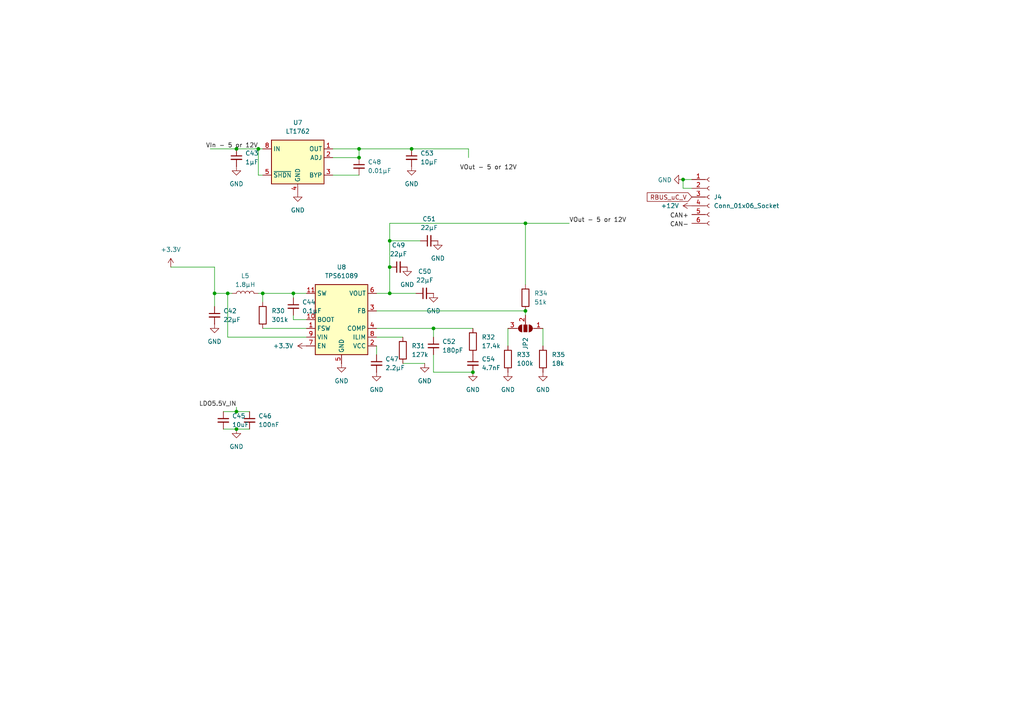
<source format=kicad_sch>
(kicad_sch (version 20231120) (generator "eeschema") (generator_version "8.0")
  (paper "A4")
  (lib_symbols
    (symbol "+3.3V_1" (power) (pin_numbers hide) (pin_names (offset 0) hide)
      (property "Value" "+3.3V" (at 0 3.556 0))
      (symbol "+3.3V_1_0_1"
        (polyline (pts (xy -0.762 1.27) (xy 0 2.54)))
        (polyline (pts (xy 0 0) (xy 0 2.54)))
        (polyline (pts (xy 0 2.54) (xy 0.762 1.27)))
      )
      (symbol "+3.3V_1_1_1"
        (pin power_in line (at 0 0 90) (length 0) (name "~") (number "1"))
      )
    )
    (symbol "Connector:Conn_01x06_Socket" (pin_names (offset 1.016) hide)
      (property "Reference" "J" (at 0 7.62 0))
      (property "Value" "Conn_01x06_Socket" (at 0 -10.16 0))
      (symbol "Conn_01x06_Socket_1_1"
        (arc (start 0 -7.112) (mid -0.5058 -7.62) (end 0 -8.128) (stroke (width 0.1524)))
        (arc (start 0 -4.572) (mid -0.5058 -5.08) (end 0 -5.588) (stroke (width 0.1524)))
        (arc (start 0 -2.032) (mid -0.5058 -2.54) (end 0 -3.048) (stroke (width 0.1524)))
        (polyline (pts (xy -1.27 -7.62) (xy -0.508 -7.62)) (stroke (width 0.1524)))
        (polyline (pts (xy -1.27 -5.08) (xy -0.508 -5.08)) (stroke (width 0.1524)))
        (polyline (pts (xy -1.27 -2.54) (xy -0.508 -2.54)) (stroke (width 0.1524)))
        (polyline (pts (xy -1.27 0) (xy -0.508 0)) (stroke (width 0.1524)))
        (polyline (pts (xy -1.27 2.54) (xy -0.508 2.54)) (stroke (width 0.1524)))
        (polyline (pts (xy -1.27 5.08) (xy -0.508 5.08)) (stroke (width 0.1524)))
        (arc (start 0 0.508) (mid -0.5058 0) (end 0 -0.508) (stroke (width 0.1524)))
        (arc (start 0 3.048) (mid -0.5058 2.54) (end 0 2.032) (stroke (width 0.1524)))
        (arc (start 0 5.588) (mid -0.5058 5.08) (end 0 4.572) (stroke (width 0.1524)))
        (pin passive line (at -5.08 5.08 0) (length 3.81) (name "Pin_1") (number "1"))
        (pin passive line (at -5.08 2.54 0) (length 3.81) (name "Pin_2") (number "2"))
        (pin passive line (at -5.08 0 0) (length 3.81) (name "Pin_3") (number "3"))
        (pin passive line (at -5.08 -2.54 0) (length 3.81) (name "Pin_4") (number "4"))
        (pin passive line (at -5.08 -5.08 0) (length 3.81) (name "Pin_5") (number "5"))
        (pin passive line (at -5.08 -7.62 0) (length 3.81) (name "Pin_6") (number "6"))
      )
    )
    (symbol "Device:C_Small" (pin_numbers hide) (pin_names (offset 0.254) hide)
      (property "Reference" "C" (at 0.254 1.778 0))
      (property "Value" "C_Small" (at 0.254 -2.032 0))
      (symbol "C_Small_0_1"
        (polyline (pts (xy -1.524 -0.508) (xy 1.524 -0.508)) (stroke (width 0.3302)))
        (polyline (pts (xy -1.524 0.508) (xy 1.524 0.508)) (stroke (width 0.3048)))
      )
      (symbol "C_Small_1_1"
        (pin passive line (at 0 2.54 270) (length 2.032) (name "~") (number "1"))
        (pin passive line (at 0 -2.54 90) (length 2.032) (name "~") (number "2"))
      )
    )
    (symbol "Device:L" (pin_numbers hide) (pin_names (offset 1.016) hide)
      (property "Reference" "L" (at -1.27 0 90))
      (property "Value" "L" (at 1.905 0 90))
      (symbol "L_0_1"
        (arc (start 0 -2.54) (mid 0.6323 -1.905) (end 0 -1.27))
        (arc (start 0 -1.27) (mid 0.6323 -0.635) (end 0 0))
        (arc (start 0 0) (mid 0.6323 0.635) (end 0 1.27))
        (arc (start 0 1.27) (mid 0.6323 1.905) (end 0 2.54))
      )
      (symbol "L_1_1"
        (pin passive line (at 0 3.81 270) (length 1.27) (name "1") (number "1"))
        (pin passive line (at 0 -3.81 90) (length 1.27) (name "2") (number "2"))
      )
    )
    (symbol "Device:R" (pin_numbers hide) (pin_names (offset 0))
      (property "Reference" "R" (at 2.032 0 90))
      (property "Value" "R" (at 0 0 90))
      (symbol "R_0_1"
        (rectangle (start -1.016 -2.54) (end 1.016 2.54) (stroke (width 0.254)))
      )
      (symbol "R_1_1"
        (pin passive line (at 0 3.81 270) (length 1.27) (name "~") (number "1"))
        (pin passive line (at 0 -3.81 90) (length 1.27) (name "~") (number "2"))
      )
    )
    (symbol "Jumper:SolderJumper_3_Open" (pin_names (offset 0) hide)
      (property "Reference" "JP" (at -2.54 -2.54 0))
      (property "Value" "SolderJumper_3_Open" (at 0 2.794 0))
      (symbol "SolderJumper_3_Open_0_1"
        (arc (start -1.016 1.016) (mid -2.0276 0) (end -1.016 -1.016))
        (arc (start -1.016 1.016) (mid -2.0276 0) (end -1.016 -1.016) (fill (type outline)))
        (rectangle (start -0.508 1.016) (end 0.508 -1.016) (fill (type outline)))
        (polyline (pts (xy -2.54 0) (xy -2.032 0)))
        (polyline (pts (xy -1.016 1.016) (xy -1.016 -1.016)))
        (polyline (pts (xy 0 -1.27) (xy 0 -1.016)))
        (polyline (pts (xy 1.016 1.016) (xy 1.016 -1.016)))
        (polyline (pts (xy 2.54 0) (xy 2.032 0)))
        (arc (start 1.016 -1.016) (mid 2.0276 0) (end 1.016 1.016))
        (arc (start 1.016 -1.016) (mid 2.0276 0) (end 1.016 1.016) (fill (type outline)))
      )
      (symbol "SolderJumper_3_Open_1_1"
        (pin passive line (at -5.08 0 0) (length 2.54) (name "A") (number "1"))
        (pin input line (at 0 -3.81 90) (length 2.54) (name "C") (number "2"))
        (pin passive line (at 5.08 0 180) (length 2.54) (name "B") (number "3"))
      )
    )
    (symbol "Regulator_Linear:LT1762"
      (property "Reference" "U" (at -7.62 8.89 0))
      (property "Value" "LT1762" (at 1.27 -6.35 0))
      (symbol "LT1762_0_1"
        (rectangle (start -7.62 7.62) (end 7.62 -5.08) (stroke (width 0.254)) (fill (type background)))
      )
      (symbol "LT1762_1_1"
        (pin power_out line (at 10.16 5.08 180) (length 2.54) (name "OUT") (number "1"))
        (pin input line (at 10.16 2.54 180) (length 2.54) (name "ADJ") (number "2"))
        (pin passive line (at 10.16 -2.54 180) (length 2.54) (name "BYP") (number "3"))
        (pin power_in line (at 0 -7.62 90) (length 2.54) (name "GND") (number "4"))
        (pin input line (at -10.16 -2.54 0) (length 2.54) (name "~{SHDN}") (number "5"))
        (pin no_connect line (at 2.54 5.08 90) (length 2.54) hide (name "NC") (number "6"))
        (pin no_connect line (at 2.54 2.54 90) (length 2.54) hide (name "NC") (number "7"))
        (pin power_in line (at -10.16 5.08 0) (length 2.54) (name "IN") (number "8"))
      )
    )
    (symbol "Regulator_Switching:TPS61089"
      (property "Reference" "U" (at -6.35 11.43 0))
      (property "Value" "TPS61089" (at 6.35 11.43 0))
      (symbol "TPS61089_0_1"
        (rectangle (start -7.62 10.16) (end 7.62 -10.16) (stroke (width 0.254)) (fill (type background)))
      )
      (symbol "TPS61089_1_1"
        (pin passive line (at -10.16 -2.54 0) (length 2.54) (name "FSW") (number "1"))
        (pin passive line (at -10.16 0 0) (length 2.54) (name "BOOT") (number "10"))
        (pin input line (at -10.16 7.62 0) (length 2.54) (name "SW") (number "11"))
        (pin passive line (at 10.16 -7.62 180) (length 2.54) (name "VCC") (number "2"))
        (pin input line (at 10.16 2.54 180) (length 2.54) (name "FB") (number "3"))
        (pin passive line (at 10.16 -2.54 180) (length 2.54) (name "COMP") (number "4"))
        (pin power_in line (at 0 -12.7 90) (length 2.54) (name "GND") (number "5"))
        (pin power_out line (at 10.16 7.62 180) (length 2.54) (name "VOUT") (number "6"))
        (pin input line (at -10.16 -7.62 0) (length 2.54) (name "EN") (number "7"))
        (pin passive line (at 10.16 -5.08 180) (length 2.54) (name "ILIM") (number "8"))
        (pin power_in line (at -10.16 -5.08 0) (length 2.54) (name "VIN") (number "9"))
      )
    )
    (symbol "power:+12V" (power) (pin_names (offset 0))
      (property "Value" "+12V" (at 0 3.556 0))
      (symbol "+12V_0_1"
        (polyline (pts (xy -0.762 1.27) (xy 0 2.54)))
        (polyline (pts (xy 0 0) (xy 0 2.54)))
        (polyline (pts (xy 0 2.54) (xy 0.762 1.27)))
      )
      (symbol "+12V_1_1"
        (pin power_in line (at 0 0 90) (length 0) hide (name "+12V") (number "1"))
      )
    )
    (symbol "power:GND" (power) (pin_numbers hide) (pin_names (offset 0) hide)
      (property "Value" "GND" (at 0 -3.81 0))
      (symbol "GND_0_1"
        (polyline (pts (xy 0 0) (xy 0 -1.27) (xy 1.27 -1.27) (xy 0 -2.54) (xy -1.27 -1.27) (xy 0 -1.27)))
      )
      (symbol "GND_1_1"
        (pin power_in line (at 0 0 270) (length 0) (name "~") (number "1"))
      )
    )
  )
  (junction (at 68.58 43.18))
  (junction (at 152.4 64.77))
  (junction (at 66.04 85.09))
  (junction (at 74.93 43.18))
  (junction (at 104.14 45.72))
  (junction (at 137.16 107.95))
  (junction (at 113.03 69.85))
  (junction (at 125.73 95.25))
  (junction (at 62.23 85.09))
  (junction (at 104.14 43.18))
  (junction (at 113.03 85.09))
  (junction (at 113.03 77.47))
  (junction (at 119.38 43.18))
  (junction (at 76.2 85.09))
  (junction (at 198.12 52.07))
  (junction (at 152.4 90.17))
  (junction (at 85.09 85.09))
  (junction (at 68.58 119.38))
  (junction (at 68.58 124.46))
  (wire (pts (xy 104.14 45.72) (xy 104.14 43.18)))
  (wire (pts (xy 113.03 85.09) (xy 120.65 85.09)))
  (wire (pts (xy 113.03 85.09) (xy 113.03 77.47)))
  (wire (pts (xy 74.93 50.8) (xy 76.2 50.8)))
  (wire (pts (xy 74.93 43.18) (xy 74.93 50.8)))
  (wire (pts (xy 125.73 95.25) (xy 109.22 95.25)))
  (wire (pts (xy 198.12 52.07) (xy 200.66 52.07)))
  (wire (pts (xy 64.77 119.38) (xy 68.58 119.38)))
  (wire (pts (xy 125.73 102.87) (xy 125.73 107.95)))
  (wire (pts (xy 68.58 124.46) (xy 72.39 124.46)))
  (wire (pts (xy 152.4 90.17) (xy 152.4 91.44)))
  (wire (pts (xy 96.52 43.18) (xy 104.14 43.18)))
  (wire (pts (xy 147.32 95.25) (xy 147.32 100.33)))
  (wire (pts (xy 109.22 100.33) (xy 109.22 102.87)))
  (wire (pts (xy 49.53 77.47) (xy 62.23 77.47)))
  (wire (pts (xy 66.04 97.79) (xy 88.9 97.79)))
  (wire (pts (xy 198.12 54.61) (xy 198.12 52.07)))
  (wire (pts (xy 62.23 77.47) (xy 62.23 85.09)))
  (wire (pts (xy 116.84 105.41) (xy 123.19 105.41)))
  (wire (pts (xy 104.14 43.18) (xy 119.38 43.18)))
  (wire (pts (xy 125.73 95.25) (xy 137.16 95.25)))
  (wire (pts (xy 85.09 85.09) (xy 88.9 85.09)))
  (wire (pts (xy 125.73 95.25) (xy 125.73 97.79)))
  (wire (pts (xy 96.52 50.8) (xy 104.14 50.8)))
  (wire (pts (xy 64.77 124.46) (xy 68.58 124.46)))
  (wire (pts (xy 109.22 90.17) (xy 152.4 90.17)))
  (wire (pts (xy 157.48 95.25) (xy 157.48 100.33)))
  (wire (pts (xy 85.09 91.44) (xy 85.09 92.71)))
  (wire (pts (xy 76.2 85.09) (xy 85.09 85.09)))
  (wire (pts (xy 62.23 85.09) (xy 66.04 85.09)))
  (wire (pts (xy 85.09 92.71) (xy 88.9 92.71)))
  (wire (pts (xy 74.93 85.09) (xy 76.2 85.09)))
  (wire (pts (xy 66.04 85.09) (xy 66.04 97.79)))
  (wire (pts (xy 68.58 43.18) (xy 74.93 43.18)))
  (wire (pts (xy 76.2 85.09) (xy 76.2 87.63)))
  (wire (pts (xy 67.31 85.09) (xy 66.04 85.09)))
  (wire (pts (xy 96.52 45.72) (xy 104.14 45.72)))
  (wire (pts (xy 68.58 118.11) (xy 68.58 119.38)))
  (wire (pts (xy 200.66 54.61) (xy 198.12 54.61)))
  (wire (pts (xy 113.03 69.85) (xy 121.92 69.85)))
  (wire (pts (xy 74.93 43.18) (xy 76.2 43.18)))
  (wire (pts (xy 109.22 85.09) (xy 113.03 85.09)))
  (wire (pts (xy 113.03 64.77) (xy 152.4 64.77)))
  (wire (pts (xy 125.73 107.95) (xy 137.16 107.95)))
  (wire (pts (xy 109.22 97.79) (xy 116.84 97.79)))
  (wire (pts (xy 60.96 43.18) (xy 68.58 43.18)))
  (wire (pts (xy 152.4 64.77) (xy 165.1 64.77)))
  (wire (pts (xy 152.4 64.77) (xy 152.4 82.55)))
  (wire (pts (xy 113.03 69.85) (xy 113.03 64.77)))
  (wire (pts (xy 62.23 85.09) (xy 62.23 88.9)))
  (wire (pts (xy 76.2 95.25) (xy 88.9 95.25)))
  (wire (pts (xy 119.38 43.18) (xy 135.89 43.18)))
  (wire (pts (xy 85.09 85.09) (xy 85.09 86.36)))
  (wire (pts (xy 68.58 119.38) (xy 72.39 119.38)))
  (wire (pts (xy 113.03 77.47) (xy 113.03 69.85)))
  (wire (pts (xy 135.89 43.18) (xy 135.89 45.72)))
  (label "VIn - 5 or 12V" (at 59.69 43.18 0))
  (label "CAN-" (at 194.31 66.04 0))
  (label "VOut - 5 or 12V" (at 165.1 64.77 0))
  (label "CAN+" (at 194.31 63.5 0))
  (label "VOut - 5 or 12V" (at 133.35 49.53 0))
  (label "LDO5.5V_IN" (at 68.58 118.11 180))
  (global_label "RBUS_uC_V" (shape input) (at 200.66 57.15 180) (property "Intersheetrefs" "${INTERSHEET_REFS}" (effects (hide yes))))
  (symbol (lib_id "Device:C_Small") (at 109.22 105.41 0) (unit 1)
    (property "Reference" "C47" (at 111.76 104.1462 0) (effects (justify left)))
    (property "Value" "2.2µF" (at 111.76 106.6862 0) (effects (justify left)))
    (property "Description" "Unpolarized capacitor, small symbol" (effects (hide yes)))
  )
  (symbol (lib_id "power:GND") (at 198.12 52.07 270) (unit 1)
    (property "Reference" "#PWR094" (effects (hide yes)))
    (property "Value" "GND" (at 194.8688 52.197 90) (effects (justify right)))
  )
  (symbol (lib_id "Device:C_Small") (at 85.09 88.9 0) (unit 1)
    (property "Reference" "C44" (at 87.63 87.6362 0) (effects (justify left)))
    (property "Value" "0.1µF" (at 87.63 90.1762 0) (effects (justify left)))
    (property "Description" "Unpolarized capacitor, small symbol" (effects (hide yes)))
  )
  (symbol (lib_id "Device:C_Small") (at 64.77 121.92 0) (unit 1)
    (property "Reference" "C45" (at 67.31 120.6562 0) (effects (justify left)))
    (property "Value" "10uF" (at 67.31 123.1962 0) (effects (justify left)))
    (property "Footprint" "Capacitor_SMD:C_0402_1005Metric" (effects (hide yes)))
  )
  (symbol (lib_id "Device:C_Small") (at 115.57 77.47 90) (unit 1)
    (property "Reference" "C49" (at 115.5763 71.12 90))
    (property "Value" "22µF" (at 115.5763 73.66 90))
    (property "Description" "Unpolarized capacitor, small symbol" (effects (hide yes)))
  )
  (symbol (lib_id "Regulator_Linear:LT1762") (at 86.36 48.26 0) (unit 1)
    (property "Reference" "U7" (at 86.36 35.56 0))
    (property "Value" "LT1762" (at 86.36 38.1 0))
    (property "Footprint" "Package_SO:MSOP-8_3x3mm_P0.65mm" (effects (hide yes)))
    (property "Datasheet" "https://www.analog.com/media/en/technical-documentation/data-sheets/LT1762.pdf" (effects (hide yes)))
    (property "Description" "150mA, Adjustable, Low Noise, Micropower LDO Regulator, MSOP-8" (effects (hide yes)))
  )
  (symbol (lib_id "power:GND") (at 109.22 107.95 0) (unit 1)
    (property "Reference" "#PWR084" (effects (hide yes)))
    (property "Value" "GND" (at 109.22 113.03 0))
    (property "Description" "Power symbol creates a global label with name \"GND\" , ground" (effects (hide yes)))
  )
  (symbol (lib_id "power:GND") (at 125.73 85.09 0) (unit 1)
    (property "Reference" "#PWR087" (effects (hide yes)))
    (property "Value" "GND" (at 125.73 90.17 0))
    (property "Description" "Power symbol creates a global label with name \"GND\" , ground" (effects (hide yes)))
  )
  (symbol (lib_id "power:GND") (at 123.19 105.41 0) (unit 1)
    (property "Reference" "#PWR086" (effects (hide yes)))
    (property "Value" "GND" (at 123.19 110.49 0))
    (property "Description" "Power symbol creates a global label with name \"GND\" , ground" (effects (hide yes)))
  )
  (symbol (lib_id "Connector:Conn_01x06_Socket") (at 205.74 57.15 0) (unit 1)
    (property "Reference" "J4" (at 207.01 57.1499 0) (effects (justify left)))
    (property "Value" "Conn_01x06_Socket" (at 207.01 59.6899 0) (effects (justify left)))
    (property "Description" "Generic connector, single row, 01x06, script generated" (effects (hide yes)))
  )
  (symbol (lib_id "power:GND") (at 137.16 107.95 0) (unit 1)
    (property "Reference" "#PWR090" (effects (hide yes)))
    (property "Value" "GND" (at 137.16 113.03 0))
    (property "Description" "Power symbol creates a global label with name \"GND\" , ground" (effects (hide yes)))
  )
  (symbol (lib_id "Device:C_Small") (at 123.19 85.09 90) (unit 1)
    (property "Reference" "C50" (at 123.1963 78.74 90))
    (property "Value" "22µF" (at 123.1963 81.28 90))
    (property "Description" "Unpolarized capacitor, small symbol" (effects (hide yes)))
  )
  (symbol (lib_id "Device:R") (at 137.16 99.06 0) (unit 1)
    (property "Reference" "R32" (at 139.7 97.7899 0) (effects (justify left)))
    (property "Value" "17.4k" (at 139.7 100.3299 0) (effects (justify left)))
    (property "Description" "Resistor" (effects (hide yes)))
  )
  (symbol (lib_id "Device:R") (at 152.4 86.36 0) (unit 1)
    (property "Reference" "R34" (at 154.94 85.0899 0) (effects (justify left)))
    (property "Value" "51k" (at 154.94 87.6299 0) (effects (justify left)))
    (property "Description" "Resistor" (effects (hide yes)))
  )
  (symbol (lib_id "power:GND") (at 68.58 124.46 0) (unit 1)
    (property "Reference" "#PWR082" (effects (hide yes)))
    (property "Value" "GND" (at 68.58 129.54 0))
  )
  (symbol (lib_id "Device:C_Small") (at 124.46 69.85 90) (unit 1)
    (property "Reference" "C51" (at 124.4663 63.5 90))
    (property "Value" "22µF" (at 124.4663 66.04 90))
    (property "Description" "Unpolarized capacitor, small symbol" (effects (hide yes)))
  )
  (symbol (lib_id "power:GND") (at 147.32 107.95 0) (unit 1)
    (property "Reference" "#PWR091" (effects (hide yes)))
    (property "Value" "GND" (at 147.32 113.03 0))
    (property "Description" "Power symbol creates a global label with name \"GND\" , ground" (effects (hide yes)))
  )
  (symbol (lib_id "Device:C_Small") (at 62.23 91.44 0) (unit 1)
    (property "Reference" "C42" (at 64.77 90.1762 0) (effects (justify left)))
    (property "Value" "22µF" (at 64.77 92.7162 0) (effects (justify left)))
    (property "Description" "Unpolarized capacitor, small symbol" (effects (hide yes)))
  )
  (symbol (lib_id "power:GND") (at 118.11 77.47 0) (unit 1)
    (property "Reference" "#PWR085" (effects (hide yes)))
    (property "Value" "GND" (at 118.11 82.55 0))
    (property "Description" "Power symbol creates a global label with name \"GND\" , ground" (effects (hide yes)))
  )
  (symbol (lib_id "Device:R") (at 76.2 91.44 0) (unit 1)
    (property "Reference" "R30" (at 78.74 90.1699 0) (effects (justify left)))
    (property "Value" "301k" (at 78.74 92.7099 0) (effects (justify left)))
    (property "Description" "Resistor" (effects (hide yes)))
  )
  (symbol (lib_id "Device:C_Small") (at 72.39 121.92 0) (unit 1)
    (property "Reference" "C46" (at 74.93 120.6562 0) (effects (justify left)))
    (property "Value" "100nF" (at 74.93 123.1962 0) (effects (justify left)))
    (property "Footprint" "Capacitor_SMD:C_0402_1005Metric" (effects (hide yes)))
  )
  (symbol (lib_id "power:GND") (at 68.58 48.26 0) (unit 1)
    (property "Reference" "#PWR079" (effects (hide yes)))
    (property "Value" "GND" (at 68.58 53.34 0))
    (property "Description" "Power symbol creates a global label with name \"GND\" , ground" (effects (hide yes)))
  )
  (symbol (lib_id "Device:R") (at 157.48 104.14 0) (unit 1)
    (property "Reference" "R35" (at 160.02 102.8699 0) (effects (justify left)))
    (property "Value" "18k" (at 160.02 105.4099 0) (effects (justify left)))
    (property "Description" "Resistor" (effects (hide yes)))
  )
  (symbol (lib_id "Device:C_Small") (at 68.58 45.72 0) (unit 1)
    (property "Reference" "C43" (at 71.12 44.4562 0) (effects (justify left)))
    (property "Value" "1µF" (at 71.12 46.9962 0) (effects (justify left)))
    (property "Description" "Unpolarized capacitor, small symbol" (effects (hide yes)))
  )
  (symbol (lib_id "power:GND") (at 99.06 105.41 0) (unit 1)
    (property "Reference" "#PWR083" (effects (hide yes)))
    (property "Value" "GND" (at 99.06 110.49 0))
    (property "Description" "Power symbol creates a global label with name \"GND\" , ground" (effects (hide yes)))
  )
  (symbol (lib_id "Device:C_Small") (at 104.14 48.26 0) (unit 1)
    (property "Reference" "C48" (at 106.68 46.9962 0) (effects (justify left)))
    (property "Value" "0.01µF" (at 106.68 49.5362 0) (effects (justify left)))
    (property "Description" "Unpolarized capacitor, small symbol" (effects (hide yes)))
  )
  (symbol (lib_id "Regulator_Switching:TPS61089") (at 99.06 92.71 0) (unit 1)
    (property "Reference" "U8" (at 99.06 77.47 0))
    (property "Value" "TPS61089" (at 99.06 80.01 0))
    (property "Footprint" "Package_DFN_QFN:Texas_VQFN-RNR0011A-11" (effects (hide yes)))
    (property "Datasheet" "http://www.ti.com/lit/ds/symlink/tps61089.pdf" (effects (hide yes)))
    (property "Description" "7A Boost Converters, Adjustable output voltage (PFM), input 2.7 to 12V , output 4.5 to 12.6V, VQFN-11" (effects (hide yes)))
  )
  (symbol (lib_name "+3.3V_1") (lib_id "power:+3.3V") (at 88.9 100.33 90) (unit 1)
    (property "Reference" "#PWR080" (effects (hide yes)))
    (property "Value" "+3.3V" (at 85.09 100.3299 90) (effects (justify left)))
    (property "Description" "Power symbol creates a global label with name \"+3.3V\"" (effects (hide yes)))
  )
  (symbol (lib_id "Device:C_Small") (at 119.38 45.72 0) (unit 1)
    (property "Reference" "C53" (at 121.92 44.4562 0) (effects (justify left)))
    (property "Value" "10µF" (at 121.92 46.9962 0) (effects (justify left)))
    (property "Description" "Unpolarized capacitor, small symbol" (effects (hide yes)))
  )
  (symbol (lib_id "power:+12V") (at 200.66 59.69 90) (unit 1)
    (property "Reference" "#PWR095" (effects (hide yes)))
    (property "Value" "+12V" (at 194.31 59.69 90))
  )
  (symbol (lib_id "Device:C_Small") (at 125.73 100.33 0) (unit 1)
    (property "Reference" "C52" (at 128.27 99.0662 0) (effects (justify left)))
    (property "Value" "180pF" (at 128.27 101.6062 0) (effects (justify left)))
    (property "Description" "Unpolarized capacitor, small symbol" (effects (hide yes)))
  )
  (symbol (lib_id "power:GND") (at 127 69.85 0) (unit 1)
    (property "Reference" "#PWR089" (effects (hide yes)))
    (property "Value" "GND" (at 127 74.93 0))
    (property "Description" "Power symbol creates a global label with name \"GND\" , ground" (effects (hide yes)))
  )
  (symbol (lib_id "Device:C_Small") (at 137.16 105.41 0) (unit 1)
    (property "Reference" "C54" (at 139.7 104.1462 0) (effects (justify left)))
    (property "Value" "4.7nF" (at 139.7 106.6862 0) (effects (justify left)))
    (property "Description" "Unpolarized capacitor, small symbol" (effects (hide yes)))
  )
  (symbol (lib_id "Jumper:SolderJumper_3_Open") (at 152.4 95.25 180) (unit 1)
    (property "Reference" "JP2" (at 152.4 97.79 90) (effects (justify left)))
    (property "Value" "SolderJumper_3_Open" (effects (hide yes)))
    (property "Footprint" "Jumper:SolderJumper-3_P1.3mm_Open_RoundedPad1.0x1.5mm_NumberLabels" (effects (hide yes)))
  )
  (symbol (lib_id "power:GND") (at 157.48 107.95 0) (unit 1)
    (property "Reference" "#PWR092" (effects (hide yes)))
    (property "Value" "GND" (at 157.48 113.03 0))
    (property "Description" "Power symbol creates a global label with name \"GND\" , ground" (effects (hide yes)))
  )
  (symbol (lib_id "power:GND") (at 62.23 93.98 0) (unit 1)
    (property "Reference" "#PWR078" (effects (hide yes)))
    (property "Value" "GND" (at 62.23 99.06 0))
    (property "Description" "Power symbol creates a global label with name \"GND\" , ground" (effects (hide yes)))
  )
  (symbol (lib_id "Device:R") (at 116.84 101.6 0) (unit 1)
    (property "Reference" "R31" (at 119.38 100.3299 0) (effects (justify left)))
    (property "Value" "127k" (at 119.38 102.8699 0) (effects (justify left)))
    (property "Description" "Resistor" (effects (hide yes)))
  )
  (symbol (lib_id "Device:R") (at 147.32 104.14 0) (unit 1)
    (property "Reference" "R33" (at 149.86 102.8699 0) (effects (justify left)))
    (property "Value" "100k" (at 149.86 105.4099 0) (effects (justify left)))
    (property "Description" "Resistor" (effects (hide yes)))
  )
  (symbol (lib_id "Device:L") (at 71.12 85.09 90) (unit 1)
    (property "Reference" "L5" (at 71.12 80.01 90))
    (property "Value" "1.8µH" (at 71.12 82.55 90))
    (property "Description" "Inductor" (effects (hide yes)))
  )
  (symbol (lib_id "power:GND") (at 119.38 48.26 0) (unit 1)
    (property "Reference" "#PWR088" (effects (hide yes)))
    (property "Value" "GND" (at 119.38 53.34 0))
    (property "Description" "Power symbol creates a global label with name \"GND\" , ground" (effects (hide yes)))
  )
  (symbol (lib_name "+3.3V_1") (lib_id "power:+3.3V") (at 49.53 77.47 0) (unit 1)
    (property "Reference" "#PWR077" (effects (hide yes)))
    (property "Value" "+3.3V" (at 49.53 72.39 0))
    (property "Description" "Power symbol creates a global label with name \"+3.3V\"" (effects (hide yes)))
  )
  (symbol (lib_id "power:GND") (at 86.36 55.88 0) (unit 1)
    (property "Reference" "#PWR081" (effects (hide yes)))
    (property "Value" "GND" (at 86.36 60.96 0))
    (property "Description" "Power symbol creates a global label with name \"GND\" , ground" (effects (hide yes)))
  )
)
</source>
